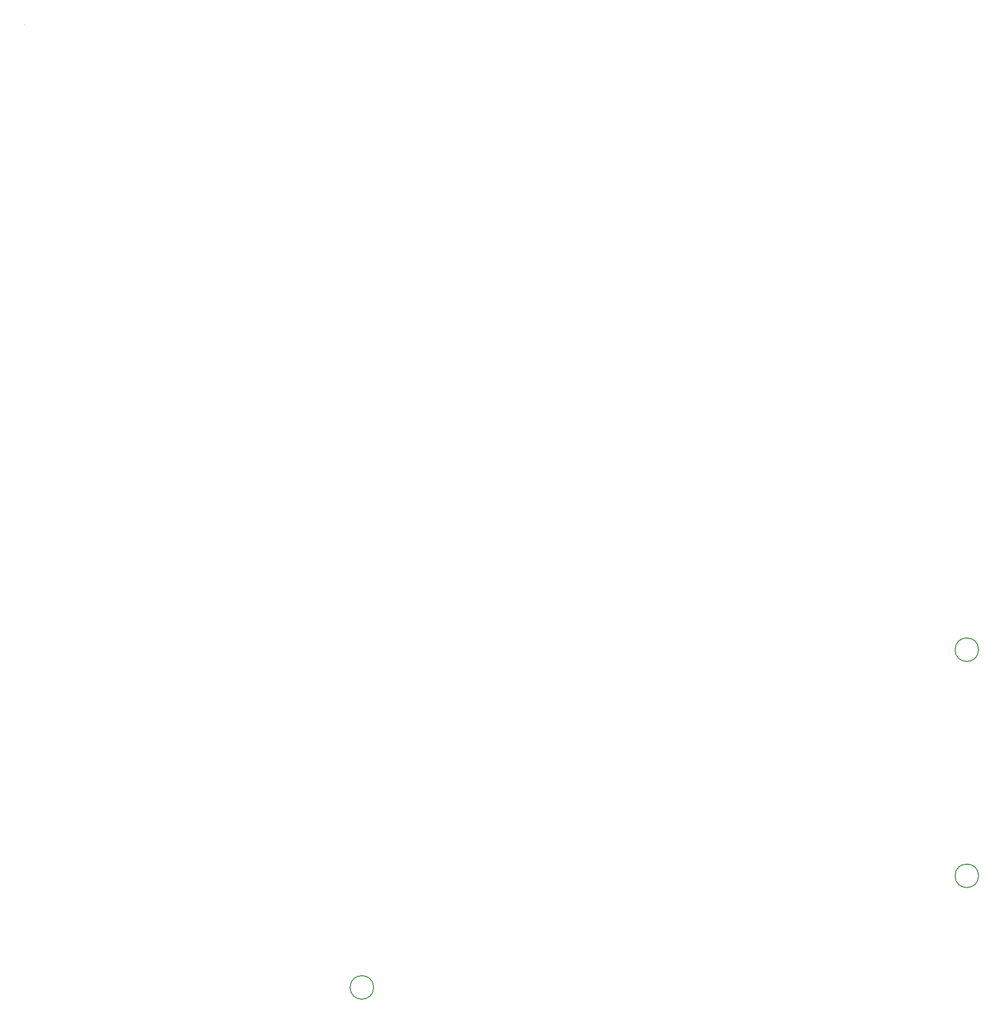
<source format=gbr>
G04 #@! TF.GenerationSoftware,KiCad,Pcbnew,8.99.0-3407-g6a48e2c35a*
G04 #@! TF.CreationDate,2025-03-01T16:00:38+00:00*
G04 #@! TF.ProjectId,DragonBoard,44726167-6f6e-4426-9f61-72642e6b6963,rev?*
G04 #@! TF.SameCoordinates,Original*
G04 #@! TF.FileFunction,Other,ECO2*
%FSLAX46Y46*%
G04 Gerber Fmt 4.6, Leading zero omitted, Abs format (unit mm)*
G04 Created by KiCad (PCBNEW 8.99.0-3407-g6a48e2c35a) date 2025-03-01 16:00:38*
%MOMM*%
%LPD*%
G01*
G04 APERTURE LIST*
%ADD10C,0.150000*%
%ADD11C,0.100000*%
G04 APERTURE END LIST*
D10*
X208000000Y-61500000D02*
G75*
G02*
X204000000Y-61500000I-2000000J0D01*
G01*
X204000000Y-61500000D02*
G75*
G02*
X208000000Y-61500000I2000000J0D01*
G01*
X208000000Y-100000000D02*
G75*
G02*
X204000000Y-100000000I-2000000J0D01*
G01*
X204000000Y-100000000D02*
G75*
G02*
X208000000Y-100000000I2000000J0D01*
G01*
X105000000Y-119000000D02*
G75*
G02*
X101000000Y-119000000I-2000000J0D01*
G01*
X101000000Y-119000000D02*
G75*
G02*
X105000000Y-119000000I2000000J0D01*
G01*
D11*
X45503294Y44952764D02*
X45503294Y44952764D01*
M02*

</source>
